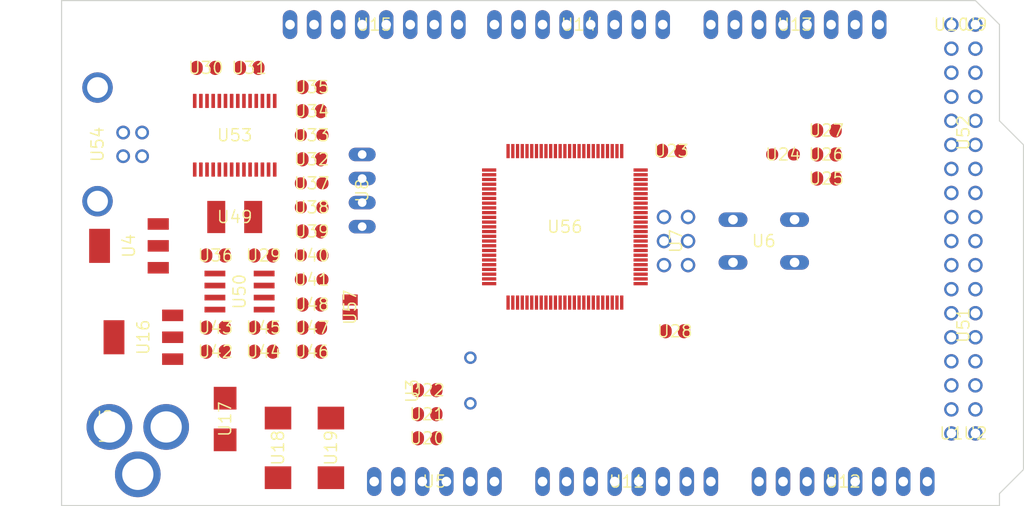
<source format=kicad_pcb>
(kicad_pcb (version 20221018) (generator pcbnew)
  (layers (0 "F.Cu" signal "Top") (31 "B.Cu" signal "Bottom") (34 "B.Paste" user) (35 "F.Paste" user) (36 "B.SilkS" user "B.Silkscreen") (37 "F.SilkS" user "F.Silkscreen") (38 "B.Mask" user) (39 "F.Mask" user) (44 "Edge.Cuts" user))
  (net 0 "")
  (net 1 "+5V")
  (net 2 "GND")
  (net 3 "N$6")
  (net 4 "N$7")
  (net 5 "AREF")
  (net 6 "RESET")
  (net 7 "VIN")
  (net 8 "N$3")
  (net 9 "PWRIN")
  (net 10 "M8RXD")
  (net 11 "M8TXD")
  (net 12 "ADC0")
  (net 13 "ADC2")
  (net 14 "ADC1")
  (net 15 "ADC3")
  (net 16 "ADC4")
  (net 17 "ADC5")
  (net 18 "ADC6")
  (net 19 "ADC7")
  (net 20 "+3V3")
  (net 21 "SDA")
  (net 22 "SCL")
  (net 23 "ADC9")
  (net 24 "ADC8")
  (net 25 "ADC10")
  (net 26 "ADC11")
  (net 27 "ADC12")
  (net 28 "ADC13")
  (net 29 "ADC14")
  (net 30 "ADC15")
  (net 31 "PB3")
  (net 32 "PB2")
  (net 33 "PB1")
  (net 34 "PB5")
  (net 35 "PB4")
  (net 36 "PE5")
  (net 37 "PE4")
  (net 38 "PE3")
  (net 39 "PE1")
  (net 40 "PE0")
  (net 41 "N$15")
  (net 42 "N$53")
  (net 43 "N$54")
  (net 44 "N$55")
  (net 45 "D-")
  (net 46 "D+")
  (net 47 "N$60")
  (net 48 "DTR")
  (net 49 "USBVCC")
  (net 50 "N$2")
  (net 51 "N$4")
  (net 52 "GATE_CMD")
  (net 53 "CMP")
  (net 54 "PB6")
  (net 55 "PH3")
  (net 56 "PH4")
  (net 57 "PH5")
  (net 58 "PH6")
  (net 59 "PG5")
  (net 60 "RXD1")
  (net 61 "TXD1")
  (net 62 "RXD2")
  (net 63 "RXD3")
  (net 64 "TXD2")
  (net 65 "TXD3")
  (net 66 "PC0")
  (net 67 "PC1")
  (net 68 "PC2")
  (net 69 "PC3")
  (net 70 "PC4")
  (net 71 "PC5")
  (net 72 "PC6")
  (net 73 "PC7")
  (net 74 "PB0")
  (net 75 "PG0")
  (net 76 "PG1")
  (net 77 "PG2")
  (net 78 "PD7")
  (net 79 "PA0")
  (net 80 "PA1")
  (net 81 "PA2")
  (net 82 "PA3")
  (net 83 "PA4")
  (net 84 "PA5")
  (net 85 "PA6")
  (net 86 "PA7")
  (net 87 "PL0")
  (net 88 "PL1")
  (net 89 "PL2")
  (net 90 "PL3")
  (net 91 "PL4")
  (net 92 "PL5")
  (net 93 "PL6")
  (net 94 "PL7")
  (net 95 "PB7")
  (net 96 "CTS")
  (net 97 "DSR")
  (net 98 "DCD")
  (net 99 "RI")
  (footprint "Arduino_MEGA_Reference_Design:2X03" (layer "F.Cu") (at 162.5981 103.7336 -90)
    (fp_text reference "U7")
    (fp_text value "")
  )
  (footprint "Arduino_MEGA_Reference_Design:1X08" (layer "F.Cu") (at 152.3111 80.8736 180)
    (fp_text reference "U14")
    (fp_text value "")
  )
  (footprint "Arduino_MEGA_Reference_Design:1X08" (layer "F.Cu") (at 130.7211 80.8736 180)
    (fp_text reference "U15")
    (fp_text value "")
  )
  (footprint "Arduino_MEGA_Reference_Design:SMC_D" (layer "F.Cu") (at 120.5611 125.5776 -90)
    (fp_text reference "U18")
    (fp_text value "")
  )
  (footprint "Arduino_MEGA_Reference_Design:SMC_D" (layer "F.Cu") (at 126.1491 125.5776 -90)
    (fp_text reference "U19")
    (fp_text value "")
  )
  (footprint "Arduino_MEGA_Reference_Design:B3F-10XX" (layer "F.Cu") (at 171.8691 103.7336 180)
    (fp_text reference "U6")
    (fp_text value "")
  )
  (footprint "Arduino_MEGA_Reference_Design:0805RND" (layer "F.Cu") (at 173.9011 94.5896 180)
    (fp_text reference "U24")
    (fp_text value "")
  )
  (footprint "Arduino_MEGA_Reference_Design:SMB" (layer "F.Cu") (at 114.9731 122.5296 -90)
    (fp_text reference "U17")
    (fp_text value "")
  )
  (footprint "Arduino_MEGA_Reference_Design:DC-21MM" (layer "F.Cu") (at 103.0351 123.2916 90)
    (fp_text reference "U55")
    (fp_text value "")
  )
  (footprint "Arduino_MEGA_Reference_Design:HC49_S" (layer "F.Cu") (at 140.8811 118.4656 90)
    (fp_text reference "U3")
    (fp_text value "")
  )
  (footprint "Arduino_MEGA_Reference_Design:SOT223" (layer "F.Cu") (at 106.3371 113.8936 90)
    (fp_text reference "U16")
    (fp_text value "")
  )
  (footprint "Arduino_MEGA_Reference_Design:1X06" (layer "F.Cu") (at 137.0711 129.1336)
    (fp_text reference "U5")
    (fp_text value "")
  )
  (footprint "Arduino_MEGA_Reference_Design:C0805RND" (layer "F.Cu") (at 124.1171 87.4776)
    (fp_text reference "U35")
    (fp_text value "")
  )
  (footprint "Arduino_MEGA_Reference_Design:C0805RND" (layer "F.Cu") (at 162.4711 113.2586)
    (fp_text reference "U28")
    (fp_text value "")
  )
  (footprint "Arduino_MEGA_Reference_Design:C0805RND" (layer "F.Cu") (at 136.3091 122.0216)
    (fp_text reference "U21")
    (fp_text value "")
  )
  (footprint "Arduino_MEGA_Reference_Design:C0805RND" (layer "F.Cu") (at 136.3091 119.4816)
    (fp_text reference "U22")
    (fp_text value "")
  )
  (footprint "Arduino_MEGA_Reference_Design:C0805RND" (layer "F.Cu") (at 113.9571 112.8776)
    (fp_text reference "U43")
    (fp_text value "")
  )
  (footprint "Arduino_MEGA_Reference_Design:RCL_0805RND" (layer "F.Cu") (at 124.1171 105.2576)
    (fp_text reference "U40")
    (fp_text value "")
  )
  (footprint "Arduino_MEGA_Reference_Design:RCL_0805RND" (layer "F.Cu") (at 124.1171 107.7976)
    (fp_text reference "U41")
    (fp_text value "")
  )
  (footprint "Arduino_MEGA_Reference_Design:1X08" (layer "F.Cu") (at 157.3911 129.1336)
    (fp_text reference "U11")
    (fp_text value "")
  )
  (footprint "Arduino_MEGA_Reference_Design:1X08" (layer "F.Cu") (at 175.1711 80.8736 180)
    (fp_text reference "U13")
    (fp_text value "")
  )
  (footprint "Arduino_MEGA_Reference_Design:R0805RND" (layer "F.Cu") (at 178.4731 94.5896 180)
    (fp_text reference "U26")
    (fp_text value "")
  )
  (footprint "Arduino_MEGA_Reference_Design:R0805RND" (layer "F.Cu") (at 178.4731 92.0496 180)
    (fp_text reference "U27")
    (fp_text value "")
  )
  (footprint "Arduino_MEGA_Reference_Design:TQFP100" (layer "F.Cu") (at 150.86109924316406 102.23159790039062 0)
    (fp_text reference "U56")
    (fp_text value "")
  )
  (footprint "Arduino_MEGA_Reference_Design:C0805RND" (layer "F.Cu") (at 162.0901 94.2086 180)
    (fp_text reference "U23")
    (fp_text value "")
  )
  (footprint "Arduino_MEGA_Reference_Design:C0805RND" (layer "F.Cu") (at 136.3091 124.5616)
    (fp_text reference "U20")
    (fp_text value "")
  )
  (footprint "Arduino_MEGA_Reference_Design:1X08" (layer "F.Cu") (at 180.2511 129.1336)
    (fp_text reference "U12")
    (fp_text value "")
  )
  (footprint "Arduino_MEGA_Reference_Design:R0805RND" (layer "F.Cu") (at 124.1171 112.8776)
    (fp_text reference "U47")
    (fp_text value "")
  )
  (footprint "Arduino_MEGA_Reference_Design:C0805RND" (layer "F.Cu") (at 124.1171 115.4176)
    (fp_text reference "U46")
    (fp_text value "")
  )
  (footprint "Arduino_MEGA_Reference_Design:C0805RND" (layer "F.Cu") (at 113.9571 105.2576)
    (fp_text reference "U36")
    (fp_text value "")
  )
  (footprint "Arduino_MEGA_Reference_Design:C0805RND" (layer "F.Cu") (at 112.9411 85.4456)
    (fp_text reference "U30")
    (fp_text value "")
  )
  (footprint "Arduino_MEGA_Reference_Design:0805RND" (layer "F.Cu") (at 124.1171 100.1776 180)
    (fp_text reference "U38")
    (fp_text value "")
  )
  (footprint "Arduino_MEGA_Reference_Design:0805RND" (layer "F.Cu") (at 124.1171 97.6376 180)
    (fp_text reference "U37")
    (fp_text value "")
  )
  (footprint "Arduino_MEGA_Reference_Design:R0805RND" (layer "F.Cu") (at 124.1171 95.0976)
    (fp_text reference "U32")
    (fp_text value "")
  )
  (footprint "Arduino_MEGA_Reference_Design:R0805RND" (layer "F.Cu") (at 124.1171 102.7176)
    (fp_text reference "U39")
    (fp_text value "")
  )
  (footprint "Arduino_MEGA_Reference_Design:SSOP28" (layer "F.Cu") (at 115.9891 92.5576)
    (fp_text reference "U53")
    (fp_text value "")
  )
  (footprint "Arduino_MEGA_Reference_Design:PN61729" (layer "F.Cu") (at 98.9584 93.5228 -90)
    (fp_text reference "U54")
    (fp_text value "")
  )
  (footprint "Arduino_MEGA_Reference_Design:L1812" (layer "F.Cu") (at 115.9891 101.1936)
    (fp_text reference "U49")
    (fp_text value "")
  )
  (footprint "Arduino_MEGA_Reference_Design:C0805RND" (layer "F.Cu") (at 117.5131 85.4456)
    (fp_text reference "U31")
    (fp_text value "")
  )
  (footprint "Arduino_MEGA_Reference_Design:0805RND" (layer "F.Cu") (at 124.1171 92.5576 180)
    (fp_text reference "U33")
    (fp_text value "")
  )
  (footprint "Arduino_MEGA_Reference_Design:R0805RND" (layer "F.Cu") (at 124.1171 90.0176 180)
    (fp_text reference "U34")
    (fp_text value "")
  )
  (footprint "Arduino_MEGA_Reference_Design:C0805RND" (layer "F.Cu") (at 124.1171 110.4392 180)
    (fp_text reference "U48")
    (fp_text value "")
  )
  (footprint "Arduino_MEGA_Reference_Design:SOT223" (layer "F.Cu") (at 104.8131 104.2416 90)
    (fp_text reference "U4")
    (fp_text value "")
  )
  (footprint "Arduino_MEGA_Reference_Design:SO08" (layer "F.Cu") (at 116.4971 109.0676 -90)
    (fp_text reference "U50")
    (fp_text value "")
  )
  (footprint "Arduino_MEGA_Reference_Design:R0805RND" (layer "F.Cu") (at 113.9571 115.4176 180)
    (fp_text reference "U42")
    (fp_text value "")
  )
  (footprint "Arduino_MEGA_Reference_Design:R0805RND" (layer "F.Cu") (at 119.0371 112.8776 180)
    (fp_text reference "U45")
    (fp_text value "")
  )
  (footprint "Arduino_MEGA_Reference_Design:C0805RND" (layer "F.Cu") (at 119.0371 115.4176 180)
    (fp_text reference "U44")
    (fp_text value "")
  )
  (footprint "Arduino_MEGA_Reference_Design:C0805RND" (layer "F.Cu") (at 119.0371 105.2576)
    (fp_text reference "U29")
    (fp_text value "")
  )
  (footprint "Arduino_MEGA_Reference_Design:2X08" (layer "F.Cu") (at 192.9511 92.3036 90)
    (fp_text reference "U52")
    (fp_text value "")
  )
  (footprint "Arduino_MEGA_Reference_Design:2X08" (layer "F.Cu") (at 192.9511 112.6236 90)
    (fp_text reference "U51")
    (fp_text value "")
  )
  (footprint "Arduino_MEGA_Reference_Design:R0805RND" (layer "F.Cu") (at 178.4731 97.1296 180)
    (fp_text reference "U25")
    (fp_text value "")
  )
  (footprint "Arduino_MEGA_Reference_Design:1X01" (layer "F.Cu") (at 191.6811 80.8736)
    (fp_text reference "U10")
    (fp_text value "")
  )
  (footprint "Arduino_MEGA_Reference_Design:1X01" (layer "F.Cu") (at 194.2211 80.8736)
    (fp_text reference "U9")
    (fp_text value "")
  )
  (footprint "Arduino_MEGA_Reference_Design:1X01" (layer "F.Cu") (at 191.6811 124.0536)
    (fp_text reference "U1")
    (fp_text value "")
  )
  (footprint "Arduino_MEGA_Reference_Design:1X01" (layer "F.Cu") (at 194.2211 124.0536)
    (fp_text reference "U2")
    (fp_text value "")
  )
  (footprint "Arduino_MEGA_Reference_Design:SJ" (layer "F.Cu") (at 128.1811 110.7186 -90)
    (fp_text reference "U57")
    (fp_text value "")
  )
  (footprint "Arduino_MEGA_Reference_Design:JP4" (layer "F.Cu") (at 129.4511 98.3996 -90)
    (fp_text reference "U8")
    (fp_text value "")
  )
  (gr_line (start 196.7611 80.8736) (end 196.7611 91.0336) (layer "Edge.Cuts") (width 0.12))
  (gr_line (start 196.7611 130.4036) (end 196.7611 131.6736) (layer "Edge.Cuts") (width 0.12))
  (gr_line (start 194.2211 78.3336) (end 196.7611 80.8736) (layer "Edge.Cuts") (width 0.12))
  (gr_line (start 97.7011 78.3336) (end 194.2211 78.3336) (layer "Edge.Cuts") (width 0.12))
  (gr_line (start 196.7611 91.0336) (end 199.3011 93.5736) (layer "Edge.Cuts") (width 0.12))
  (gr_line (start 97.7011 131.6736) (end 97.7011 78.3336) (layer "Edge.Cuts") (width 0.12))
  (gr_line (start 196.7611 131.6736) (end 97.7011 131.6736) (layer "Edge.Cuts") (width 0.12))
  (gr_line (start 199.3011 93.5736) (end 199.3011 127.8636) (layer "Edge.Cuts") (width 0.12))
  (gr_line (start 199.3011 127.8636) (end 196.7611 130.4036) (layer "Edge.Cuts") (width 0.12))
)
</source>
